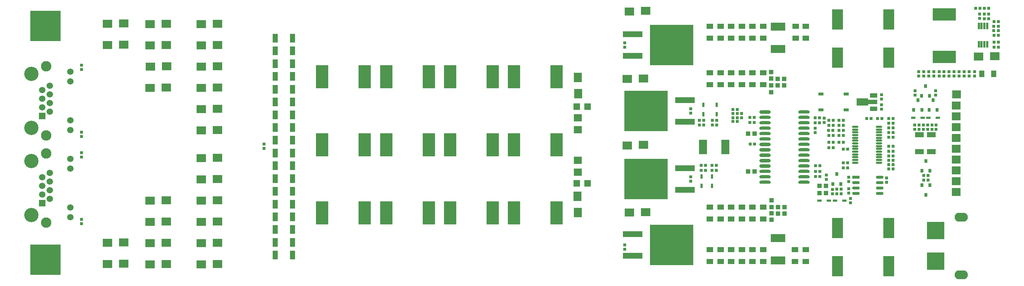
<source format=gts>
G04*
G04 #@! TF.GenerationSoftware,Altium Limited,Altium Designer,18.1.7 (191)*
G04*
G04 Layer_Color=8388736*
%FSLAX44Y44*%
%MOMM*%
G71*
G01*
G75*
%ADD51R,1.3016X1.6016*%
%ADD52R,0.7016X0.7016*%
%ADD53R,0.7016X0.7016*%
%ADD54R,1.0316X1.0816*%
%ADD55R,1.2016X2.1016*%
%ADD56R,0.6516X0.9016*%
%ADD57R,1.1016X0.5516*%
%ADD58R,5.5016X3.0016*%
%ADD59R,2.3016X1.9016*%
G04:AMPARAMS|DCode=60|XSize=1.5716mm|YSize=0.5816mm|CornerRadius=0.1108mm|HoleSize=0mm|Usage=FLASHONLY|Rotation=90.000|XOffset=0mm|YOffset=0mm|HoleType=Round|Shape=RoundedRectangle|*
%AMROUNDEDRECTD60*
21,1,1.5716,0.3600,0,0,90.0*
21,1,1.3500,0.5816,0,0,90.0*
1,1,0.2216,0.1800,0.6750*
1,1,0.2216,0.1800,-0.6750*
1,1,0.2216,-0.1800,-0.6750*
1,1,0.2216,-0.1800,0.6750*
%
%ADD60ROUNDEDRECTD60*%
%ADD61R,1.8016X1.0016*%
%ADD62R,2.6016X1.0016*%
%ADD63R,2.7016X1.8016*%
%ADD64R,1.6016X1.3016*%
%ADD65R,1.6016X1.6016*%
%ADD66R,2.6016X4.7016*%
%ADD67R,0.5516X1.1016*%
%ADD68R,1.9016X2.3016*%
%ADD69R,2.1016X1.2016*%
%ADD70R,3.0016X5.5016*%
%ADD71R,4.6016X1.3516*%
%ADD72R,10.2616X9.6016*%
%ADD73R,3.5016X1.9016*%
%ADD74R,1.0816X1.0316*%
%ADD75R,1.9016X1.7016*%
%ADD76R,1.9016X3.5016*%
%ADD77R,1.2016X0.8016*%
%ADD78O,1.5016X0.4516*%
%ADD79O,2.7016X0.7620*%
%ADD80O,2.7016X0.8016*%
%ADD81R,1.8016X0.7516*%
%ADD82O,1.8016X0.7516*%
%ADD83R,7.1016X7.1016*%
%ADD84R,2.1016X1.9016*%
%ADD85O,3.1016X2.1016*%
%ADD86R,4.1016X4.1016*%
%ADD87R,1.4996X1.4996*%
%ADD88C,1.4996*%
%ADD89C,3.3516*%
%ADD90C,2.4566*%
D51*
X2525954Y717000D02*
D03*
X2498046D02*
D03*
D52*
X2107920Y501000D02*
D03*
X2118080D02*
D03*
X2514080Y871000D02*
D03*
X2503920D02*
D03*
X2483920Y871000D02*
D03*
X2494080D02*
D03*
X2168080Y446000D02*
D03*
X2157920D02*
D03*
X2168080Y435000D02*
D03*
X2157920D02*
D03*
X2503920Y858000D02*
D03*
X2514080D02*
D03*
Y847000D02*
D03*
X2503920D02*
D03*
X2537080Y840000D02*
D03*
X2526920D02*
D03*
X2537080Y792000D02*
D03*
X2526920D02*
D03*
Y780000D02*
D03*
X2537080D02*
D03*
X2526920Y808000D02*
D03*
X2537080D02*
D03*
X1924080Y633000D02*
D03*
X1913920D02*
D03*
X1924080Y605000D02*
D03*
X1913920D02*
D03*
X2173080Y608000D02*
D03*
X2162920D02*
D03*
X2279920Y590000D02*
D03*
X2290080D02*
D03*
X2279920Y514000D02*
D03*
X2290080D02*
D03*
X2279920Y524000D02*
D03*
X2290080D02*
D03*
Y579000D02*
D03*
X2279920D02*
D03*
X2253920Y611998D02*
D03*
X2264080D02*
D03*
X2149080Y596000D02*
D03*
X2138920D02*
D03*
X2149080Y572000D02*
D03*
X2138920D02*
D03*
Y556000D02*
D03*
X2149080D02*
D03*
X2173080Y584000D02*
D03*
X2162920D02*
D03*
X2279920Y494000D02*
D03*
X2290080D02*
D03*
X2172920Y540000D02*
D03*
X2183080D02*
D03*
X1964080Y603000D02*
D03*
X1953920D02*
D03*
X2107920Y476000D02*
D03*
X2118080D02*
D03*
X2106920Y614000D02*
D03*
X2117080D02*
D03*
X1954920Y552000D02*
D03*
X1965080D02*
D03*
X1865920Y608000D02*
D03*
X1876080D02*
D03*
X1865920Y597000D02*
D03*
X1876080D02*
D03*
X1864920Y490000D02*
D03*
X1875080D02*
D03*
X1864920Y502000D02*
D03*
X1875080D02*
D03*
X2279920Y601000D02*
D03*
X2290080D02*
D03*
X2290080Y504000D02*
D03*
X2279920D02*
D03*
X2290080Y612000D02*
D03*
X2279920D02*
D03*
X2173080Y596000D02*
D03*
X2162920D02*
D03*
Y572000D02*
D03*
X2173080D02*
D03*
X2162920Y556000D02*
D03*
X2173080D02*
D03*
X1834920Y608000D02*
D03*
X1845080D02*
D03*
X1834920Y597000D02*
D03*
X1845080D02*
D03*
X1839840Y490000D02*
D03*
X1850000D02*
D03*
X1839840Y502000D02*
D03*
X1850000D02*
D03*
X2238080Y612000D02*
D03*
X2227920D02*
D03*
X2138920Y608000D02*
D03*
X2149080D02*
D03*
X2149000Y584000D02*
D03*
X2138840D02*
D03*
X2138920Y544000D02*
D03*
X2149080D02*
D03*
X2290080Y535000D02*
D03*
X2279920D02*
D03*
X2290080Y568000D02*
D03*
X2279920D02*
D03*
Y547000D02*
D03*
X2290080D02*
D03*
X2172920Y496000D02*
D03*
X2183080D02*
D03*
X1953920Y615000D02*
D03*
X1964080D02*
D03*
X2361160Y597000D02*
D03*
X2351000D02*
D03*
X2350920Y587000D02*
D03*
X2361080D02*
D03*
X2370920Y597000D02*
D03*
X2381080D02*
D03*
Y587000D02*
D03*
X2370920D02*
D03*
X1924080Y624000D02*
D03*
X1913920D02*
D03*
X1924080Y614000D02*
D03*
X1913920D02*
D03*
X2107920Y488000D02*
D03*
X2118080D02*
D03*
X2106920Y602000D02*
D03*
X2117080D02*
D03*
X2361920Y467000D02*
D03*
X2372080D02*
D03*
Y478000D02*
D03*
X2361920D02*
D03*
X2172920Y508000D02*
D03*
X2183080D02*
D03*
D53*
X2107000Y589080D02*
D03*
Y578920D02*
D03*
X2190000Y424080D02*
D03*
Y413920D02*
D03*
X2133000Y479080D02*
D03*
Y468920D02*
D03*
X2148000Y445080D02*
D03*
Y434920D02*
D03*
X2128000Y613080D02*
D03*
Y602920D02*
D03*
X2469000Y711920D02*
D03*
Y722080D02*
D03*
X2481000Y711920D02*
D03*
Y722080D02*
D03*
X2457000Y711920D02*
D03*
Y722080D02*
D03*
X2445000Y711920D02*
D03*
Y722080D02*
D03*
X2362000Y722080D02*
D03*
Y711920D02*
D03*
X2526000Y818920D02*
D03*
Y829080D02*
D03*
X2537000Y818920D02*
D03*
Y829080D02*
D03*
X2350000Y711920D02*
D03*
Y722080D02*
D03*
X2374000Y711920D02*
D03*
Y722080D02*
D03*
X2493000Y858080D02*
D03*
Y847920D02*
D03*
X2386000Y722080D02*
D03*
Y711920D02*
D03*
X2398000Y722080D02*
D03*
Y711920D02*
D03*
X2409000Y722160D02*
D03*
Y712000D02*
D03*
X2421000Y722080D02*
D03*
Y711920D02*
D03*
X2433000Y722080D02*
D03*
Y711920D02*
D03*
X2263000Y633920D02*
D03*
Y644080D02*
D03*
Y668080D02*
D03*
Y657920D02*
D03*
X1934000Y624080D02*
D03*
Y613920D02*
D03*
X2186000Y474160D02*
D03*
Y464000D02*
D03*
Y447080D02*
D03*
Y436920D02*
D03*
X1660000Y315080D02*
D03*
Y304920D02*
D03*
Y779920D02*
D03*
Y790080D02*
D03*
X1815000Y635080D02*
D03*
Y624920D02*
D03*
Y464920D02*
D03*
Y475080D02*
D03*
X385000Y737080D02*
D03*
Y726920D02*
D03*
Y569920D02*
D03*
Y580080D02*
D03*
Y364920D02*
D03*
Y375080D02*
D03*
Y532080D02*
D03*
Y521920D02*
D03*
X813000Y541920D02*
D03*
Y552080D02*
D03*
X2341000Y597080D02*
D03*
Y586920D02*
D03*
X2391000Y597080D02*
D03*
Y586920D02*
D03*
X2390000Y666920D02*
D03*
Y677080D02*
D03*
X2342000Y666920D02*
D03*
Y677080D02*
D03*
X2275000Y472080D02*
D03*
Y461920D02*
D03*
D54*
X1964700Y577000D02*
D03*
X1949300D02*
D03*
X1949300Y488000D02*
D03*
X1964700D02*
D03*
X2117300Y454000D02*
D03*
X2132700D02*
D03*
X2117300Y437000D02*
D03*
X2132700D02*
D03*
D55*
X880000Y321000D02*
D03*
X840000D02*
D03*
Y291000D02*
D03*
X880000D02*
D03*
X840000Y801000D02*
D03*
X880000D02*
D03*
Y771000D02*
D03*
X840000D02*
D03*
X840000Y741000D02*
D03*
X880000D02*
D03*
X880000Y711000D02*
D03*
X840000D02*
D03*
X840000Y681000D02*
D03*
X880000D02*
D03*
Y651000D02*
D03*
X840000D02*
D03*
Y621000D02*
D03*
X880000D02*
D03*
Y591000D02*
D03*
X840000D02*
D03*
Y561000D02*
D03*
X880000D02*
D03*
Y531000D02*
D03*
X840000D02*
D03*
X840000Y501000D02*
D03*
X880000D02*
D03*
X880000Y471000D02*
D03*
X840000D02*
D03*
Y441000D02*
D03*
X880000D02*
D03*
Y411000D02*
D03*
X840000D02*
D03*
Y381000D02*
D03*
X880000D02*
D03*
Y351000D02*
D03*
X840000D02*
D03*
D56*
X2158000Y481500D02*
D03*
X2167500Y458500D02*
D03*
X2148500D02*
D03*
X2348000Y655500D02*
D03*
X2357500Y632500D02*
D03*
X2338500D02*
D03*
X2366000Y688500D02*
D03*
X2375500Y665500D02*
D03*
X2356500D02*
D03*
X2384000Y655500D02*
D03*
X2393500Y632500D02*
D03*
X2374500D02*
D03*
X2376500Y455500D02*
D03*
X2357500D02*
D03*
X2367000Y432500D02*
D03*
X2357300Y489200D02*
D03*
X2376300D02*
D03*
X2366800Y512200D02*
D03*
D57*
X2117000Y419000D02*
D03*
X2139000D02*
D03*
X2154000D02*
D03*
X2176000D02*
D03*
X2337000Y614000D02*
D03*
X2359000D02*
D03*
X2395000D02*
D03*
X2373000D02*
D03*
D58*
X2410000Y757000D02*
D03*
Y857000D02*
D03*
D59*
X2491000Y758000D02*
D03*
X2529000Y759000D02*
D03*
X666000Y584000D02*
D03*
X704000Y585000D02*
D03*
Y635000D02*
D03*
X666000Y634000D02*
D03*
X704000Y685000D02*
D03*
X666000Y684000D02*
D03*
X704000Y735000D02*
D03*
X666000Y734000D02*
D03*
X704000Y785000D02*
D03*
X666000Y784000D02*
D03*
X704000Y835000D02*
D03*
X666000Y834000D02*
D03*
X704000Y320000D02*
D03*
X666000Y319000D02*
D03*
X704000Y370000D02*
D03*
X666000Y369000D02*
D03*
X704000Y420000D02*
D03*
X666000Y419000D02*
D03*
X704000Y470000D02*
D03*
X666000Y469000D02*
D03*
X704000Y520000D02*
D03*
X666000Y519000D02*
D03*
X704000Y270000D02*
D03*
X666000Y269000D02*
D03*
X446000Y835000D02*
D03*
X484000Y836000D02*
D03*
X584000Y835000D02*
D03*
X546000Y834000D02*
D03*
X584000Y785000D02*
D03*
X546000Y784000D02*
D03*
X585000Y735000D02*
D03*
X547000Y734000D02*
D03*
X584000Y685000D02*
D03*
X546000Y684000D02*
D03*
X446000Y785000D02*
D03*
X484000Y786000D02*
D03*
X446000Y270000D02*
D03*
X484000Y271000D02*
D03*
X584000Y270000D02*
D03*
X546000Y269000D02*
D03*
X584000Y320000D02*
D03*
X546000Y319000D02*
D03*
X584000Y370000D02*
D03*
X546000Y369000D02*
D03*
X584000Y420000D02*
D03*
X546000Y419000D02*
D03*
X446000Y320000D02*
D03*
X484000Y321000D02*
D03*
X1709000Y392000D02*
D03*
X1671000Y391000D02*
D03*
X1666000Y549000D02*
D03*
X1704000Y550000D02*
D03*
Y706000D02*
D03*
X1666000Y705000D02*
D03*
X1709000Y865000D02*
D03*
X1671000Y864000D02*
D03*
D60*
X2491250Y829500D02*
D03*
X2497750D02*
D03*
X2504250D02*
D03*
X2510750D02*
D03*
Y786500D02*
D03*
X2504250D02*
D03*
X2497750D02*
D03*
X2491250D02*
D03*
D61*
X2244000Y635000D02*
D03*
Y666000D02*
D03*
D62*
X2240000Y651000D02*
D03*
D63*
X2218000D02*
D03*
D64*
X1984966Y275998D02*
D03*
Y303906D02*
D03*
X1860034Y720002D02*
D03*
Y692094D02*
D03*
X1885000Y719954D02*
D03*
Y692046D02*
D03*
X1910000Y719954D02*
D03*
Y692046D02*
D03*
X1935000Y719954D02*
D03*
Y692046D02*
D03*
X1960000Y719954D02*
D03*
Y692046D02*
D03*
X1985000Y719954D02*
D03*
Y692046D02*
D03*
X1860000Y828954D02*
D03*
Y801046D02*
D03*
X1885000Y828954D02*
D03*
Y801046D02*
D03*
X1910000Y828954D02*
D03*
Y801046D02*
D03*
X1959966Y275998D02*
D03*
Y303906D02*
D03*
X1934966Y275998D02*
D03*
Y303906D02*
D03*
X1909966Y275998D02*
D03*
Y303906D02*
D03*
X1884967Y275998D02*
D03*
Y303906D02*
D03*
X1860000Y276046D02*
D03*
Y303954D02*
D03*
X1985000Y376046D02*
D03*
Y403954D02*
D03*
X1959967Y375998D02*
D03*
Y403906D02*
D03*
X2061000Y828954D02*
D03*
Y801046D02*
D03*
X1909967Y375998D02*
D03*
Y403906D02*
D03*
X2060000Y276046D02*
D03*
Y303954D02*
D03*
X2085000Y276046D02*
D03*
Y303954D02*
D03*
X1960000Y828954D02*
D03*
Y801046D02*
D03*
X1985000Y828954D02*
D03*
Y801046D02*
D03*
X1935000Y828954D02*
D03*
Y801046D02*
D03*
X1934967Y375998D02*
D03*
Y403906D02*
D03*
X1884968Y375998D02*
D03*
Y403906D02*
D03*
X1859968Y375998D02*
D03*
Y403906D02*
D03*
X2085000Y828954D02*
D03*
Y801046D02*
D03*
D65*
X1547046Y640000D02*
D03*
X1572954D02*
D03*
X1547046Y460000D02*
D03*
X1572954D02*
D03*
D66*
X2280000Y755000D02*
D03*
Y845000D02*
D03*
X2160000Y755000D02*
D03*
Y845000D02*
D03*
X2280000Y355000D02*
D03*
Y265000D02*
D03*
X2160000Y355000D02*
D03*
Y265000D02*
D03*
D67*
X1876000Y644000D02*
D03*
Y622000D02*
D03*
X1865000Y454000D02*
D03*
Y476000D02*
D03*
X1845000Y644000D02*
D03*
Y622000D02*
D03*
X1840000Y454000D02*
D03*
Y476000D02*
D03*
D68*
X1550000Y391000D02*
D03*
X1549000Y429000D02*
D03*
X1550000Y709000D02*
D03*
X1551000Y671000D02*
D03*
D69*
X2352000Y574000D02*
D03*
Y534000D02*
D03*
X2380000Y574000D02*
D03*
Y534000D02*
D03*
D70*
X1400000Y710000D02*
D03*
X1500000D02*
D03*
Y550000D02*
D03*
X1400000D02*
D03*
X1500000Y390000D02*
D03*
X1400000D02*
D03*
X1250000Y710000D02*
D03*
X1350000D02*
D03*
X1250000Y550000D02*
D03*
X1350000D02*
D03*
X1250000Y390000D02*
D03*
X1350000D02*
D03*
X1100000Y710000D02*
D03*
X1200000D02*
D03*
X1100000Y550000D02*
D03*
X1200000D02*
D03*
X1100000Y390000D02*
D03*
X1200000D02*
D03*
X1050000Y710000D02*
D03*
X950000D02*
D03*
X1050000Y550000D02*
D03*
X950000D02*
D03*
X1050000Y390000D02*
D03*
X950000D02*
D03*
D71*
X1678560Y759600D02*
D03*
Y810400D02*
D03*
Y289600D02*
D03*
Y340400D02*
D03*
X1801440Y655400D02*
D03*
Y604600D02*
D03*
Y495400D02*
D03*
Y444600D02*
D03*
D72*
X1770000Y785000D02*
D03*
Y315000D02*
D03*
X1710000Y630000D02*
D03*
Y470000D02*
D03*
D73*
X2020000Y828000D02*
D03*
Y776000D02*
D03*
Y279000D02*
D03*
Y331000D02*
D03*
D74*
X2005000Y419700D02*
D03*
Y404300D02*
D03*
X2004000Y674300D02*
D03*
Y689700D02*
D03*
Y706300D02*
D03*
Y721700D02*
D03*
X2005000Y389700D02*
D03*
Y374300D02*
D03*
X2019000Y705700D02*
D03*
Y690300D02*
D03*
X2034000Y705700D02*
D03*
Y690300D02*
D03*
X2020000Y388300D02*
D03*
Y403700D02*
D03*
X2035000Y388300D02*
D03*
Y403700D02*
D03*
D75*
X1550000Y586000D02*
D03*
Y614000D02*
D03*
Y514000D02*
D03*
Y486000D02*
D03*
D76*
X1896000Y545000D02*
D03*
X1844000D02*
D03*
D77*
X2120500Y632500D02*
D03*
X2179500D02*
D03*
Y669500D02*
D03*
X2120500D02*
D03*
D78*
X2201374Y592778D02*
D03*
Y586278D02*
D03*
Y579778D02*
D03*
Y573278D02*
D03*
Y566778D02*
D03*
Y560278D02*
D03*
Y553778D02*
D03*
Y547278D02*
D03*
Y540778D02*
D03*
Y534278D02*
D03*
Y527778D02*
D03*
Y521278D02*
D03*
Y514778D02*
D03*
Y508278D02*
D03*
X2257374Y592778D02*
D03*
Y586278D02*
D03*
Y579778D02*
D03*
Y573278D02*
D03*
Y566778D02*
D03*
Y560278D02*
D03*
Y553778D02*
D03*
Y547278D02*
D03*
Y540778D02*
D03*
Y534278D02*
D03*
Y527778D02*
D03*
Y521278D02*
D03*
Y514778D02*
D03*
Y508278D02*
D03*
D79*
X2081000Y462450D02*
D03*
Y475150D02*
D03*
Y487850D02*
D03*
Y500550D02*
D03*
Y513250D02*
D03*
Y525950D02*
D03*
Y538650D02*
D03*
Y551350D02*
D03*
Y564050D02*
D03*
Y576750D02*
D03*
Y589450D02*
D03*
Y602150D02*
D03*
Y614850D02*
D03*
Y627550D02*
D03*
X1989000Y462450D02*
D03*
Y475150D02*
D03*
Y487850D02*
D03*
Y564050D02*
D03*
Y576750D02*
D03*
Y589450D02*
D03*
Y602150D02*
D03*
Y614850D02*
D03*
D80*
Y500550D02*
D03*
Y513250D02*
D03*
Y525950D02*
D03*
Y538650D02*
D03*
Y551350D02*
D03*
Y627550D02*
D03*
D81*
X2203000Y474000D02*
D03*
D82*
Y461300D02*
D03*
Y448600D02*
D03*
Y435900D02*
D03*
X2259000Y474000D02*
D03*
Y461300D02*
D03*
Y448600D02*
D03*
Y435900D02*
D03*
D83*
X300000Y830000D02*
D03*
Y280000D02*
D03*
D84*
X2438800Y668800D02*
D03*
X2438400Y439500D02*
D03*
Y490300D02*
D03*
Y541100D02*
D03*
Y515700D02*
D03*
Y642700D02*
D03*
Y617300D02*
D03*
Y566500D02*
D03*
Y591900D02*
D03*
Y464900D02*
D03*
D85*
X2450000Y380000D02*
D03*
Y245000D02*
D03*
D86*
X2390000Y348500D02*
D03*
Y276500D02*
D03*
D87*
X293048Y617967D02*
D03*
Y412968D02*
D03*
D88*
X310848Y628167D02*
D03*
X293048Y638367D02*
D03*
X310848Y648567D02*
D03*
X293048Y658767D02*
D03*
X310848Y668967D02*
D03*
X293048Y679167D02*
D03*
X310848Y689367D02*
D03*
X359148Y722367D02*
D03*
Y699467D02*
D03*
Y585167D02*
D03*
Y608067D02*
D03*
X310848Y423168D02*
D03*
X293048Y433368D02*
D03*
X310848Y443568D02*
D03*
X293048Y453768D02*
D03*
X310848Y463968D02*
D03*
X293048Y474168D02*
D03*
X310848Y484368D02*
D03*
X359148Y517368D02*
D03*
Y494468D02*
D03*
Y380168D02*
D03*
Y403068D02*
D03*
D89*
X267648Y717267D02*
D03*
Y590267D02*
D03*
Y512268D02*
D03*
Y385268D02*
D03*
D90*
X301948Y735067D02*
D03*
Y572467D02*
D03*
Y530068D02*
D03*
Y367468D02*
D03*
M02*

</source>
